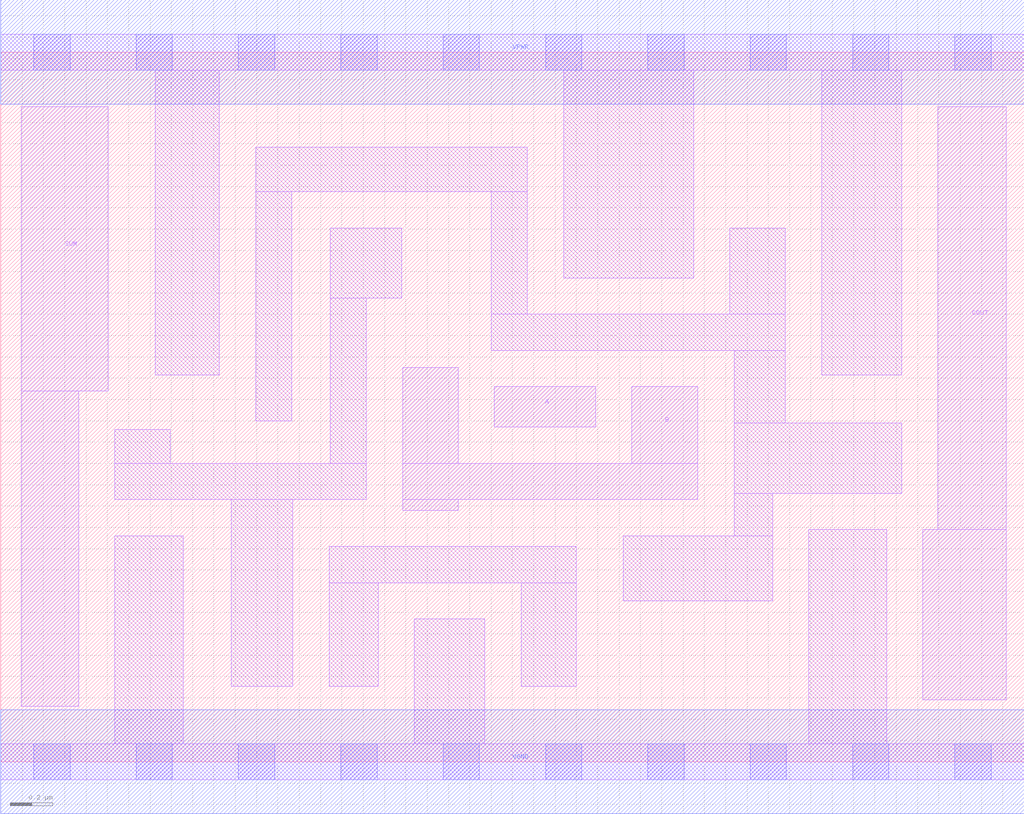
<source format=lef>
# Copyright 2020 The SkyWater PDK Authors
#
# Licensed under the Apache License, Version 2.0 (the "License");
# you may not use this file except in compliance with the License.
# You may obtain a copy of the License at
#
#     https://www.apache.org/licenses/LICENSE-2.0
#
# Unless required by applicable law or agreed to in writing, software
# distributed under the License is distributed on an "AS IS" BASIS,
# WITHOUT WARRANTIES OR CONDITIONS OF ANY KIND, either express or implied.
# See the License for the specific language governing permissions and
# limitations under the License.
#
# SPDX-License-Identifier: Apache-2.0

VERSION 5.7 ;
  NAMESCASESENSITIVE ON ;
  NOWIREEXTENSIONATPIN ON ;
  DIVIDERCHAR "/" ;
  BUSBITCHARS "[]" ;
UNITS
  DATABASE MICRONS 200 ;
END UNITS
MACRO sky130_fd_sc_lp__ha_1
  CLASS CORE ;
  FOREIGN sky130_fd_sc_lp__ha_1 ;
  ORIGIN  0.000000  0.000000 ;
  SIZE  4.800000 BY  3.330000 ;
  SYMMETRY X Y R90 ;
  SITE unit ;
  PIN A
    ANTENNAGATEAREA  0.252000 ;
    DIRECTION INPUT ;
    USE SIGNAL ;
    PORT
      LAYER li1 ;
        RECT 2.315000 1.570000 2.790000 1.760000 ;
    END
  END A
  PIN B
    ANTENNAGATEAREA  0.252000 ;
    DIRECTION INPUT ;
    USE SIGNAL ;
    PORT
      LAYER li1 ;
        RECT 1.885000 1.180000 2.145000 1.230000 ;
        RECT 1.885000 1.230000 3.270000 1.400000 ;
        RECT 1.885000 1.400000 2.145000 1.850000 ;
        RECT 2.960000 1.400000 3.270000 1.760000 ;
    END
  END B
  PIN COUT
    ANTENNADIFFAREA  0.556500 ;
    DIRECTION OUTPUT ;
    USE SIGNAL ;
    PORT
      LAYER li1 ;
        RECT 4.325000 0.290000 4.715000 1.090000 ;
        RECT 4.395000 1.090000 4.715000 3.075000 ;
    END
  END COUT
  PIN SUM
    ANTENNADIFFAREA  0.556500 ;
    DIRECTION OUTPUT ;
    USE SIGNAL ;
    PORT
      LAYER li1 ;
        RECT 0.095000 0.260000 0.365000 1.740000 ;
        RECT 0.095000 1.740000 0.505000 3.075000 ;
    END
  END SUM
  PIN VGND
    DIRECTION INOUT ;
    USE GROUND ;
    PORT
      LAYER met1 ;
        RECT 0.000000 -0.245000 4.800000 0.245000 ;
    END
  END VGND
  PIN VPWR
    DIRECTION INOUT ;
    USE POWER ;
    PORT
      LAYER met1 ;
        RECT 0.000000 3.085000 4.800000 3.575000 ;
    END
  END VPWR
  OBS
    LAYER li1 ;
      RECT 0.000000 -0.085000 4.800000 0.085000 ;
      RECT 0.000000  3.245000 4.800000 3.415000 ;
      RECT 0.535000  0.085000 0.855000 1.060000 ;
      RECT 0.535000  1.230000 1.715000 1.400000 ;
      RECT 0.535000  1.400000 0.795000 1.560000 ;
      RECT 0.725000  1.815000 1.025000 3.245000 ;
      RECT 1.080000  0.355000 1.370000 1.230000 ;
      RECT 1.195000  1.600000 1.365000 2.675000 ;
      RECT 1.195000  2.675000 2.470000 2.885000 ;
      RECT 1.540000  0.355000 1.770000 0.840000 ;
      RECT 1.540000  0.840000 2.700000 1.010000 ;
      RECT 1.545000  1.400000 1.715000 2.175000 ;
      RECT 1.545000  2.175000 1.880000 2.505000 ;
      RECT 1.940000  0.085000 2.270000 0.670000 ;
      RECT 2.300000  1.930000 3.680000 2.100000 ;
      RECT 2.300000  2.100000 2.470000 2.675000 ;
      RECT 2.440000  0.355000 2.700000 0.840000 ;
      RECT 2.640000  2.270000 3.250000 3.245000 ;
      RECT 2.920000  0.755000 3.620000 1.060000 ;
      RECT 3.420000  2.100000 3.680000 2.505000 ;
      RECT 3.440000  1.060000 3.620000 1.260000 ;
      RECT 3.440000  1.260000 4.225000 1.590000 ;
      RECT 3.440000  1.590000 3.680000 1.930000 ;
      RECT 3.790000  0.085000 4.155000 1.090000 ;
      RECT 3.850000  1.815000 4.225000 3.245000 ;
    LAYER mcon ;
      RECT 0.155000 -0.085000 0.325000 0.085000 ;
      RECT 0.155000  3.245000 0.325000 3.415000 ;
      RECT 0.635000 -0.085000 0.805000 0.085000 ;
      RECT 0.635000  3.245000 0.805000 3.415000 ;
      RECT 1.115000 -0.085000 1.285000 0.085000 ;
      RECT 1.115000  3.245000 1.285000 3.415000 ;
      RECT 1.595000 -0.085000 1.765000 0.085000 ;
      RECT 1.595000  3.245000 1.765000 3.415000 ;
      RECT 2.075000 -0.085000 2.245000 0.085000 ;
      RECT 2.075000  3.245000 2.245000 3.415000 ;
      RECT 2.555000 -0.085000 2.725000 0.085000 ;
      RECT 2.555000  3.245000 2.725000 3.415000 ;
      RECT 3.035000 -0.085000 3.205000 0.085000 ;
      RECT 3.035000  3.245000 3.205000 3.415000 ;
      RECT 3.515000 -0.085000 3.685000 0.085000 ;
      RECT 3.515000  3.245000 3.685000 3.415000 ;
      RECT 3.995000 -0.085000 4.165000 0.085000 ;
      RECT 3.995000  3.245000 4.165000 3.415000 ;
      RECT 4.475000 -0.085000 4.645000 0.085000 ;
      RECT 4.475000  3.245000 4.645000 3.415000 ;
  END
END sky130_fd_sc_lp__ha_1
END LIBRARY

</source>
